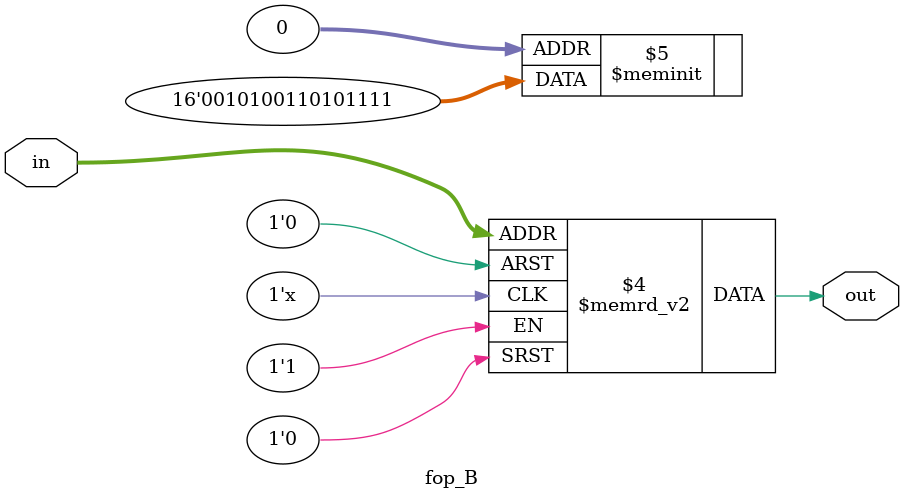
<source format=v>

module fop_G(in,out);

	input [3:0]in;
	output out;

	wire nor0, nor1;
	wire not_a;
	wire xor0;
	wire and0;
    wire or0;	

	nor(nor0,in[3],in[2]);
	nor(nor1,in[2],in[1],in[0]);
	xor(xor0,in[1],in[2]);
	not(not_a,in[3]);
	or(or0,not_a,xor0);
	and(and0,or0,in[0]);
	or(out,nor0,nor1,and0);

endmodule


//Dataflow Description

module fop_D(in,out);

	input [3:0]in;
	output out;

	assign out = (!in[2]&!in[1]&!in[0])|(!in[3]&!in[2])|(in[0]&(!in[3]|in[2]^in[1]));

endmodule

//Bahavior Description

module fop_B(in,out);
	
	input [3:0]in;
	output out;	
	reg out;

	always @(*)begin
		out = 1'b0;
		case(in)
			0,1,2,3,5,7,8,11,13:begin
				out = 1'b1;
			end
		endcase
	end

endmodule



</source>
